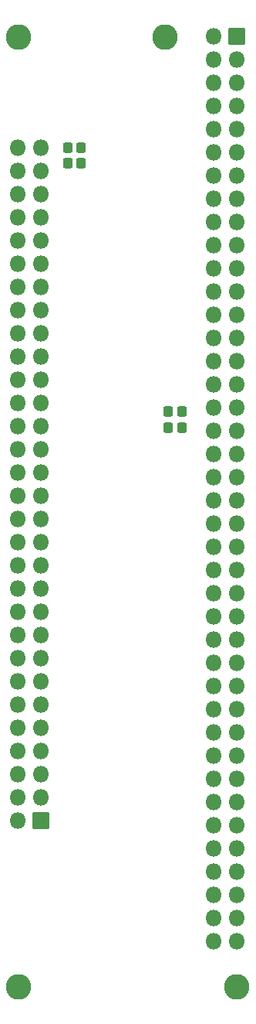
<source format=gbr>
%TF.GenerationSoftware,KiCad,Pcbnew,8.0.4*%
%TF.CreationDate,2024-07-29T13:54:58-07:00*%
%TF.ProjectId,RANDY,52414e44-592e-46b6-9963-61645f706362,0*%
%TF.SameCoordinates,Original*%
%TF.FileFunction,Soldermask,Top*%
%TF.FilePolarity,Negative*%
%FSLAX46Y46*%
G04 Gerber Fmt 4.6, Leading zero omitted, Abs format (unit mm)*
G04 Created by KiCad (PCBNEW 8.0.4) date 2024-07-29 13:54:58*
%MOMM*%
%LPD*%
G01*
G04 APERTURE LIST*
G04 Aperture macros list*
%AMRoundRect*
0 Rectangle with rounded corners*
0 $1 Rounding radius*
0 $2 $3 $4 $5 $6 $7 $8 $9 X,Y pos of 4 corners*
0 Add a 4 corners polygon primitive as box body*
4,1,4,$2,$3,$4,$5,$6,$7,$8,$9,$2,$3,0*
0 Add four circle primitives for the rounded corners*
1,1,$1+$1,$2,$3*
1,1,$1+$1,$4,$5*
1,1,$1+$1,$6,$7*
1,1,$1+$1,$8,$9*
0 Add four rect primitives between the rounded corners*
20,1,$1+$1,$2,$3,$4,$5,0*
20,1,$1+$1,$4,$5,$6,$7,0*
20,1,$1+$1,$6,$7,$8,$9,0*
20,1,$1+$1,$8,$9,$2,$3,0*%
G04 Aperture macros list end*
%ADD10C,2.802000*%
%ADD11RoundRect,0.263000X0.263000X-0.325500X0.263000X0.325500X-0.263000X0.325500X-0.263000X-0.325500X0*%
%ADD12RoundRect,0.263000X-0.263000X0.325500X-0.263000X-0.325500X0.263000X-0.325500X0.263000X0.325500X0*%
%ADD13RoundRect,0.051000X0.850000X0.850000X-0.850000X0.850000X-0.850000X-0.850000X0.850000X-0.850000X0*%
%ADD14O,1.802000X1.802000*%
G04 APERTURE END LIST*
D10*
%TO.C,H1*%
X0Y0D03*
%TD*%
%TO.C,H2*%
X16051000Y0D03*
%TD*%
%TO.C,H3*%
X0Y-104000000D03*
%TD*%
%TO.C,H4*%
X23950400Y-104000000D03*
%TD*%
D11*
%TO.C,C1*%
X16383000Y-42772500D03*
X16383000Y-41047500D03*
%TD*%
D12*
%TO.C,C3*%
X6830800Y-12114300D03*
X6830800Y-13839300D03*
%TD*%
D13*
%TO.C,J1*%
X2396000Y-85824000D03*
D14*
X-144000Y-85824000D03*
X2396000Y-83284000D03*
X-144000Y-83284000D03*
X2396000Y-80744000D03*
X-144000Y-80744000D03*
X2396000Y-78204000D03*
X-144000Y-78204000D03*
X2396000Y-75664000D03*
X-144000Y-75664000D03*
X2396000Y-73124000D03*
X-144000Y-73124000D03*
X2396000Y-70584000D03*
X-144000Y-70584000D03*
X2396000Y-68044000D03*
X-144000Y-68044000D03*
X2396000Y-65504000D03*
X-144000Y-65504000D03*
X2396000Y-62964000D03*
X-144000Y-62964000D03*
X2396000Y-60424000D03*
X-144000Y-60424000D03*
X2396000Y-57884000D03*
X-144000Y-57884000D03*
X2396000Y-55344000D03*
X-144000Y-55344000D03*
X2396000Y-52804000D03*
X-144000Y-52804000D03*
X2396000Y-50264000D03*
X-144000Y-50264000D03*
X2396000Y-47724000D03*
X-144000Y-47724000D03*
X2396000Y-45184000D03*
X-144000Y-45184000D03*
X2396000Y-42644000D03*
X-144000Y-42644000D03*
X2396000Y-40104000D03*
X-144000Y-40104000D03*
X2396000Y-37564000D03*
X-144000Y-37564000D03*
X2396000Y-35024000D03*
X-144000Y-35024000D03*
X2396000Y-32484000D03*
X-144000Y-32484000D03*
X2396000Y-29944000D03*
X-144000Y-29944000D03*
X2396000Y-27404000D03*
X-144000Y-27404000D03*
X2396000Y-24864000D03*
X-144000Y-24864000D03*
X2396000Y-22324000D03*
X-144000Y-22324000D03*
X2396000Y-19784000D03*
X-144000Y-19784000D03*
X2396000Y-17244000D03*
X-144000Y-17244000D03*
X2396000Y-14704000D03*
X-144000Y-14704000D03*
X2396000Y-12164000D03*
X-144000Y-12164000D03*
%TD*%
D13*
%TO.C,J2*%
X23895800Y28000D03*
D14*
X23895800Y-2512000D03*
X23895800Y-5052000D03*
X23895800Y-7592000D03*
X23895800Y-10132000D03*
X23895800Y-12672000D03*
X23895800Y-15212000D03*
X23895800Y-17752000D03*
X23895800Y-20292000D03*
X23895800Y-22832000D03*
X23895800Y-25372000D03*
X23895800Y-27912000D03*
X23895800Y-30452000D03*
X23895800Y-32992000D03*
X23895800Y-35532000D03*
X23895800Y-38072000D03*
X23895800Y-40612000D03*
X23895800Y-43152000D03*
X23895800Y-45692000D03*
X23895800Y-48232000D03*
X23895800Y-50772000D03*
X23895800Y-53312000D03*
X23895800Y-55852000D03*
X23895800Y-58392000D03*
X23895800Y-60932000D03*
X23895800Y-63472000D03*
X23895800Y-66012000D03*
X23895800Y-68552000D03*
X23895800Y-71092000D03*
X23895800Y-73632000D03*
X23895800Y-76172000D03*
X23895800Y-78712000D03*
X23895800Y-81252000D03*
X23895800Y-83792000D03*
X23895800Y-86332000D03*
X23895800Y-88872000D03*
X23895800Y-91412000D03*
X23895800Y-93952000D03*
X23895800Y-96492000D03*
X23895800Y-99032000D03*
X21355800Y28000D03*
X21355800Y-2512000D03*
X21355800Y-5052000D03*
X21355800Y-7592000D03*
X21355800Y-10132000D03*
X21355800Y-12672000D03*
X21355800Y-15212000D03*
X21355800Y-17752000D03*
X21355800Y-20292000D03*
X21355800Y-22832000D03*
X21355800Y-25372000D03*
X21355800Y-27912000D03*
X21355800Y-30452000D03*
X21355800Y-32992000D03*
X21355800Y-35532000D03*
X21355800Y-38072000D03*
X21355800Y-40612000D03*
X21355800Y-43152000D03*
X21355800Y-45692000D03*
X21355800Y-48232000D03*
X21355800Y-50772000D03*
X21355800Y-53312000D03*
X21355800Y-55852000D03*
X21355800Y-58392000D03*
X21355800Y-60932000D03*
X21355800Y-63472000D03*
X21355800Y-66012000D03*
X21355800Y-68552000D03*
X21355800Y-71092000D03*
X21355800Y-73632000D03*
X21355800Y-76172000D03*
X21355800Y-78712000D03*
X21355800Y-81252000D03*
X21355800Y-83792000D03*
X21355800Y-86332000D03*
X21355800Y-88872000D03*
X21355800Y-91412000D03*
X21355800Y-93952000D03*
X21355800Y-96492000D03*
X21355800Y-99032000D03*
%TD*%
D11*
%TO.C,C2*%
X17907000Y-42772500D03*
X17907000Y-41047500D03*
%TD*%
D12*
%TO.C,C4*%
X5357600Y-12114300D03*
X5357600Y-13839300D03*
%TD*%
M02*

</source>
